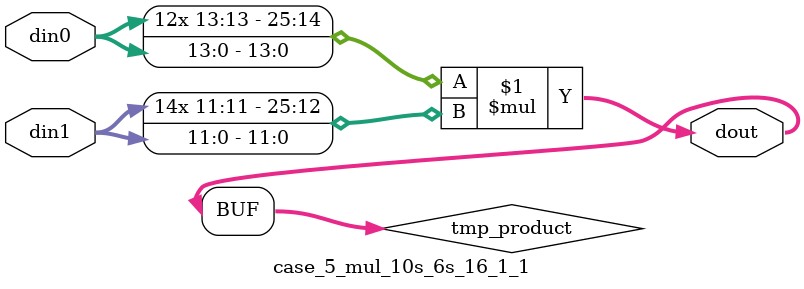
<source format=v>

`timescale 1 ns / 1 ps

 (* use_dsp = "no" *)  module case_5_mul_10s_6s_16_1_1(din0, din1, dout);
parameter ID = 1;
parameter NUM_STAGE = 0;
parameter din0_WIDTH = 14;
parameter din1_WIDTH = 12;
parameter dout_WIDTH = 26;

input [din0_WIDTH - 1 : 0] din0; 
input [din1_WIDTH - 1 : 0] din1; 
output [dout_WIDTH - 1 : 0] dout;

wire signed [dout_WIDTH - 1 : 0] tmp_product;



























assign tmp_product = $signed(din0) * $signed(din1);








assign dout = tmp_product;





















endmodule

</source>
